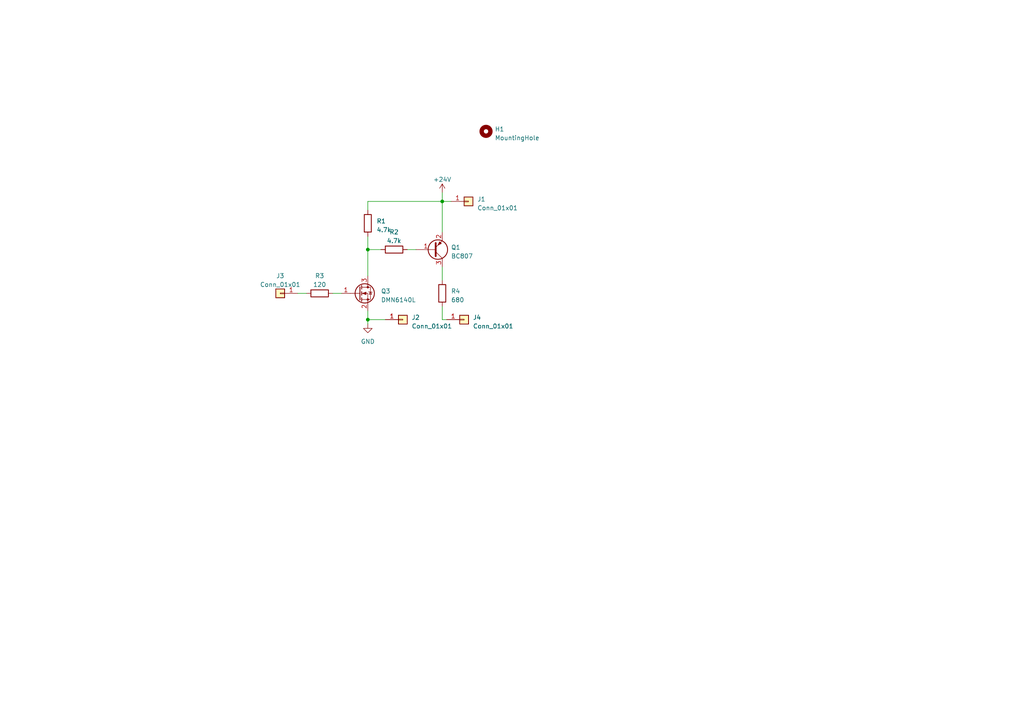
<source format=kicad_sch>
(kicad_sch (version 20230121) (generator eeschema)
  (paper "A4")
  (lib_symbols
    (symbol "Connector_Generic:Conn_01x01" (pin_names (offset 1.016) hide)
      (property "Reference" "J" (at 0 2.54 0))
      (property "Value" "Conn_01x01" (at 0 -2.54 0))
      (symbol "Conn_01x01_1_1"
        (rectangle (start -1.27 0.127) (end 0 -0.127) (stroke (width 0.1524)))
        (rectangle (start -1.27 1.27) (end 1.27 -1.27) (stroke (width 0.254)) (fill (type background)))
        (pin passive line (at -5.08 0 0) (length 3.81) (name "Pin_1") (number "1"))
      )
    )
    (symbol "Device:R" (pin_numbers hide) (pin_names (offset 0))
      (property "Reference" "R" (at 2.032 0 90))
      (property "Value" "R" (at 0 0 90))
      (symbol "R_0_1"
        (rectangle (start -1.016 -2.54) (end 1.016 2.54) (stroke (width 0.254)))
      )
      (symbol "R_1_1"
        (pin passive line (at 0 3.81 270) (length 1.27) (name "~") (number "1"))
        (pin passive line (at 0 -3.81 90) (length 1.27) (name "~") (number "2"))
      )
    )
    (symbol "Mechanical:MountingHole" (pin_names (offset 1.016))
      (property "Reference" "H" (at 0 5.08 0))
      (property "Value" "MountingHole" (at 0 3.175 0))
      (symbol "MountingHole_0_1"
        (circle (center 0 0) (radius 1.27) (stroke (width 1.27)))
      )
    )
    (symbol "Transistor_BJT:BC807" (pin_names (offset 0) hide)
      (property "Reference" "Q" (at 5.08 1.905 0))
      (property "Value" "BC807" (at 5.08 0 0))
      (symbol "BC807_0_1"
        (polyline (pts (xy 0.635 0.635) (xy 2.54 2.54)))
        (polyline (pts (xy 0.635 -0.635) (xy 2.54 -2.54) (xy 2.54 -2.54)))
        (polyline (pts (xy 0.635 1.905) (xy 0.635 -1.905) (xy 0.635 -1.905)) (stroke (width 0.508)))
        (polyline (pts (xy 2.286 -1.778) (xy 1.778 -2.286) (xy 1.27 -1.27) (xy 2.286 -1.778) (xy 2.286 -1.778)) (fill (type outline)))
        (circle (center 1.27 0) (radius 2.8194) (stroke (width 0.254)))
      )
      (symbol "BC807_1_1"
        (pin input line (at -5.08 0 0) (length 5.715) (name "B") (number "1"))
        (pin passive line (at 2.54 -5.08 90) (length 2.54) (name "E") (number "2"))
        (pin passive line (at 2.54 5.08 270) (length 2.54) (name "C") (number "3"))
      )
    )
    (symbol "Transistor_FET:DMN6140L" (pin_names hide)
      (property "Reference" "Q" (at 5.08 1.905 0))
      (property "Value" "DMN6140L" (at 5.08 0 0))
      (symbol "DMN6140L_0_1"
        (polyline (pts (xy 0.254 0) (xy -2.54 0)))
        (polyline (pts (xy 0.254 1.905) (xy 0.254 -1.905)) (stroke (width 0.254)))
        (polyline (pts (xy 0.762 -1.27) (xy 0.762 -2.286)) (stroke (width 0.254)))
        (polyline (pts (xy 0.762 0.508) (xy 0.762 -0.508)) (stroke (width 0.254)))
        (polyline (pts (xy 0.762 2.286) (xy 0.762 1.27)) (stroke (width 0.254)))
        (polyline (pts (xy 2.54 2.54) (xy 2.54 1.778)))
        (polyline (pts (xy 2.54 -2.54) (xy 2.54 0) (xy 0.762 0)))
        (polyline (pts (xy 0.762 -1.778) (xy 3.302 -1.778) (xy 3.302 1.778) (xy 0.762 1.778)))
        (polyline (pts (xy 1.016 0) (xy 2.032 0.381) (xy 2.032 -0.381) (xy 1.016 0)) (fill (type outline)))
        (polyline (pts (xy 2.794 0.508) (xy 2.921 0.381) (xy 3.683 0.381) (xy 3.81 0.254)))
        (polyline (pts (xy 3.302 0.381) (xy 2.921 -0.254) (xy 3.683 -0.254) (xy 3.302 0.381)))
        (circle (center 1.651 0) (radius 2.794) (stroke (width 0.254)))
        (circle (center 2.54 -1.778) (radius 0.254) (fill (type outline)))
        (circle (center 2.54 1.778) (radius 0.254) (fill (type outline)))
      )
      (symbol "DMN6140L_1_1"
        (pin input line (at -5.08 0 0) (length 2.54) (name "G") (number "1"))
        (pin passive line (at 2.54 -5.08 90) (length 2.54) (name "S") (number "2"))
        (pin passive line (at 2.54 5.08 270) (length 2.54) (name "D") (number "3"))
      )
    )
    (symbol "power:+24V" (power) (pin_names (offset 0))
      (property "Value" "+24V" (at 0 3.556 0))
      (symbol "+24V_0_1"
        (polyline (pts (xy -0.762 1.27) (xy 0 2.54)))
        (polyline (pts (xy 0 0) (xy 0 2.54)))
        (polyline (pts (xy 0 2.54) (xy 0.762 1.27)))
      )
      (symbol "+24V_1_1"
        (pin power_in line (at 0 0 90) (length 0) hide (name "+24V") (number "1"))
      )
    )
    (symbol "power:GND" (power) (pin_names (offset 0))
      (property "Value" "GND" (at 0 -3.81 0))
      (symbol "GND_0_1"
        (polyline (pts (xy 0 0) (xy 0 -1.27) (xy 1.27 -1.27) (xy 0 -2.54) (xy -1.27 -1.27) (xy 0 -1.27)))
      )
      (symbol "GND_1_1"
        (pin power_in line (at 0 0 270) (length 0) hide (name "GND") (number "1"))
      )
    )
  )
  (junction (at 106.68 72.39))
  (junction (at 128.27 58.42))
  (junction (at 106.68 92.71))
  (wire (pts (xy 86.36 85.09) (xy 88.9 85.09)))
  (wire (pts (xy 118.11 72.39) (xy 120.65 72.39)))
  (wire (pts (xy 110.49 72.39) (xy 106.68 72.39)))
  (wire (pts (xy 106.68 60.96) (xy 106.68 58.42)))
  (wire (pts (xy 106.68 92.71) (xy 106.68 93.98)))
  (wire (pts (xy 128.27 88.9) (xy 128.27 92.71)))
  (wire (pts (xy 106.68 72.39) (xy 106.68 80.01)))
  (wire (pts (xy 128.27 58.42) (xy 128.27 67.31)))
  (wire (pts (xy 96.52 85.09) (xy 99.06 85.09)))
  (wire (pts (xy 106.68 58.42) (xy 128.27 58.42)))
  (wire (pts (xy 128.27 55.88) (xy 128.27 58.42)))
  (wire (pts (xy 128.27 58.42) (xy 130.81 58.42)))
  (wire (pts (xy 128.27 92.71) (xy 129.54 92.71)))
  (wire (pts (xy 106.68 72.39) (xy 106.68 68.58)))
  (wire (pts (xy 106.68 92.71) (xy 111.76 92.71)))
  (wire (pts (xy 128.27 81.28) (xy 128.27 77.47)))
  (wire (pts (xy 106.68 90.17) (xy 106.68 92.71)))
  (symbol (lib_id "Device:R") (at 114.3 72.39 90) (unit 1)
    (property "Reference" "R2" (at 114.3 67.31 90))
    (property "Value" "4.7k" (at 114.3 69.85 90))
    (property "Footprint" "Resistor_SMD:R_1206_3216Metric" (effects hide))
  )
  (symbol (lib_id "power:+24V") (at 128.27 55.88 0) (unit 1)
    (property "Reference" "#PWR01" (effects hide))
    (property "Value" "+24V" (at 128.27 52.07 0))
  )
  (symbol (lib_id "Transistor_BJT:BC807") (at 125.73 72.39 0) (mirror x) (unit 1)
    (property "Reference" "Q1" (at 130.81 71.755 0) (effects (justify left)))
    (property "Value" "BC807" (at 130.81 74.295 0) (effects (justify left)))
    (property "Footprint" "Package_TO_SOT_SMD:SOT-23" (effects hide))
    (property "Datasheet" "https://www.onsemi.com/pub/Collateral/BC808-D.pdf" (effects hide))
  )
  (symbol (lib_id "Mechanical:MountingHole") (at 140.97 38.1 0) (unit 1)
    (property "Reference" "H1" (at 143.51 37.465 0) (effects (justify left)))
    (property "Value" "MountingHole" (at 143.51 40.005 0) (effects (justify left)))
    (property "Footprint" "MountingHole:MountingHole_3.2mm_M3" (effects hide))
  )
  (symbol (lib_id "Connector_Generic:Conn_01x01") (at 81.28 85.09 180) (unit 1)
    (property "Reference" "J3" (at 81.28 80.01 0))
    (property "Value" "Conn_01x01" (at 81.28 82.55 0))
    (property "Footprint" "MK_Footprints:CONN_SMD" (effects hide))
  )
  (symbol (lib_id "Device:R") (at 106.68 64.77 0) (unit 1)
    (property "Reference" "R1" (at 109.22 64.135 0) (effects (justify left)))
    (property "Value" "4.7k" (at 109.22 66.675 0) (effects (justify left)))
    (property "Footprint" "Resistor_SMD:R_1206_3216Metric" (effects hide))
  )
  (symbol (lib_id "Device:R") (at 92.71 85.09 90) (unit 1)
    (property "Reference" "R3" (at 92.71 80.01 90))
    (property "Value" "120" (at 92.71 82.55 90))
    (property "Footprint" "Resistor_SMD:R_1206_3216Metric" (effects hide))
  )
  (symbol (lib_id "Connector_Generic:Conn_01x01") (at 116.84 92.71 0) (unit 1)
    (property "Reference" "J2" (at 119.38 92.075 0) (effects (justify left)))
    (property "Value" "Conn_01x01" (at 119.38 94.615 0) (effects (justify left)))
    (property "Footprint" "MK_Footprints:CONN_SMD" (effects hide))
  )
  (symbol (lib_id "Device:R") (at 128.27 85.09 180) (unit 1)
    (property "Reference" "R4" (at 130.81 84.455 0) (effects (justify right)))
    (property "Value" "680" (at 130.81 86.995 0) (effects (justify right)))
    (property "Footprint" "Resistor_SMD:R_1206_3216Metric" (effects hide))
  )
  (symbol (lib_id "Connector_Generic:Conn_01x01") (at 135.89 58.42 0) (unit 1)
    (property "Reference" "J1" (at 138.43 57.785 0) (effects (justify left)))
    (property "Value" "Conn_01x01" (at 138.43 60.325 0) (effects (justify left)))
    (property "Footprint" "MK_Footprints:CONN_SMD" (effects hide))
  )
  (symbol (lib_id "power:GND") (at 106.68 93.98 0) (unit 1)
    (property "Reference" "#PWR02" (effects hide))
    (property "Value" "GND" (at 106.68 99.06 0))
  )
  (symbol (lib_id "Connector_Generic:Conn_01x01") (at 134.62 92.71 0) (unit 1)
    (property "Reference" "J4" (at 137.16 92.075 0) (effects (justify left)))
    (property "Value" "Conn_01x01" (at 137.16 94.615 0) (effects (justify left)))
    (property "Footprint" "MK_Footprints:CONN_SMD" (effects hide))
  )
  (symbol (lib_id "Transistor_FET:DMN6140L") (at 104.14 85.09 0) (unit 1)
    (property "Reference" "Q3" (at 110.49 84.455 0) (effects (justify left)))
    (property "Value" "DMN6140L" (at 110.49 86.995 0) (effects (justify left)))
    (property "Footprint" "Package_TO_SOT_SMD:SOT-23" (effects hide))
    (property "Datasheet" "http://www.diodes.com/assets/Datasheets/DMN6140L.pdf" (effects hide))
  )
)
</source>
